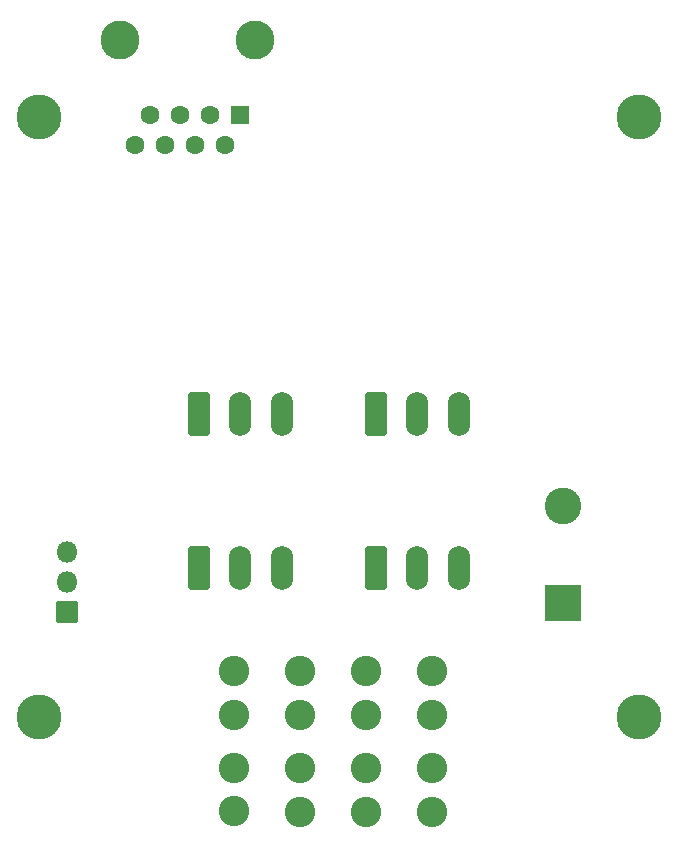
<source format=gbr>
G04 #@! TF.GenerationSoftware,KiCad,Pcbnew,(6.0.5)*
G04 #@! TF.CreationDate,2022-06-02T01:00:37-04:00*
G04 #@! TF.ProjectId,Receiver_Out,52656365-6976-4657-925f-4f75742e6b69,v1*
G04 #@! TF.SameCoordinates,Original*
G04 #@! TF.FileFunction,Soldermask,Bot*
G04 #@! TF.FilePolarity,Negative*
%FSLAX46Y46*%
G04 Gerber Fmt 4.6, Leading zero omitted, Abs format (unit mm)*
G04 Created by KiCad (PCBNEW (6.0.5)) date 2022-06-02 01:00:37*
%MOMM*%
%LPD*%
G01*
G04 APERTURE LIST*
G04 Aperture macros list*
%AMRoundRect*
0 Rectangle with rounded corners*
0 $1 Rounding radius*
0 $2 $3 $4 $5 $6 $7 $8 $9 X,Y pos of 4 corners*
0 Add a 4 corners polygon primitive as box body*
4,1,4,$2,$3,$4,$5,$6,$7,$8,$9,$2,$3,0*
0 Add four circle primitives for the rounded corners*
1,1,$1+$1,$2,$3*
1,1,$1+$1,$4,$5*
1,1,$1+$1,$6,$7*
1,1,$1+$1,$8,$9*
0 Add four rect primitives between the rounded corners*
20,1,$1+$1,$2,$3,$4,$5,0*
20,1,$1+$1,$4,$5,$6,$7,0*
20,1,$1+$1,$6,$7,$8,$9,0*
20,1,$1+$1,$8,$9,$2,$3,0*%
G04 Aperture macros list end*
%ADD10C,3.802000*%
%ADD11RoundRect,0.301000X-0.650000X-1.550000X0.650000X-1.550000X0.650000X1.550000X-0.650000X1.550000X0*%
%ADD12O,1.902000X3.702000*%
%ADD13RoundRect,0.051000X1.500000X-1.500000X1.500000X1.500000X-1.500000X1.500000X-1.500000X-1.500000X0*%
%ADD14C,3.102000*%
%ADD15C,2.577000*%
%ADD16RoundRect,0.051000X0.850000X0.850000X-0.850000X0.850000X-0.850000X-0.850000X0.850000X-0.850000X0*%
%ADD17O,1.802000X1.802000*%
%ADD18C,3.302000*%
%ADD19RoundRect,0.051000X0.750000X0.750000X-0.750000X0.750000X-0.750000X-0.750000X0.750000X-0.750000X0*%
%ADD20C,1.602000*%
G04 APERTURE END LIST*
D10*
X72731000Y-142239800D03*
X123531000Y-91439800D03*
X72731000Y-91439800D03*
D11*
X86300000Y-129600000D03*
D12*
X89800000Y-129600000D03*
X93300000Y-129600000D03*
D11*
X101300000Y-129600000D03*
D12*
X104800000Y-129600000D03*
X108300000Y-129600000D03*
D11*
X101300000Y-116600000D03*
D12*
X104800000Y-116600000D03*
X108300000Y-116600000D03*
D11*
X86300000Y-116600000D03*
D12*
X89800000Y-116600000D03*
X93300000Y-116600000D03*
D13*
X117164800Y-132615760D03*
D14*
X117164800Y-124365840D03*
D15*
X94897000Y-150253600D03*
X94897000Y-146553600D03*
X94897000Y-142053600D03*
X94897000Y-138353600D03*
X106073000Y-150253600D03*
X106073000Y-146553600D03*
X106073000Y-142053600D03*
X106073000Y-138353600D03*
X89309000Y-150238600D03*
X89309000Y-146538600D03*
X89309000Y-142038600D03*
X89309000Y-138338600D03*
X100485000Y-150253600D03*
X100485000Y-146553600D03*
X100485000Y-142053600D03*
X100485000Y-138353600D03*
D16*
X75151000Y-133367800D03*
D17*
X75151000Y-130827800D03*
X75151000Y-128287800D03*
D18*
X79591000Y-84885800D03*
X91021000Y-84885800D03*
D19*
X89751000Y-91235800D03*
D20*
X88481000Y-93775800D03*
X87211000Y-91235800D03*
X85941000Y-93775800D03*
X84671000Y-91235800D03*
X83401000Y-93775800D03*
X82131000Y-91235800D03*
X80861000Y-93775800D03*
D10*
X123531000Y-142239800D03*
M02*

</source>
